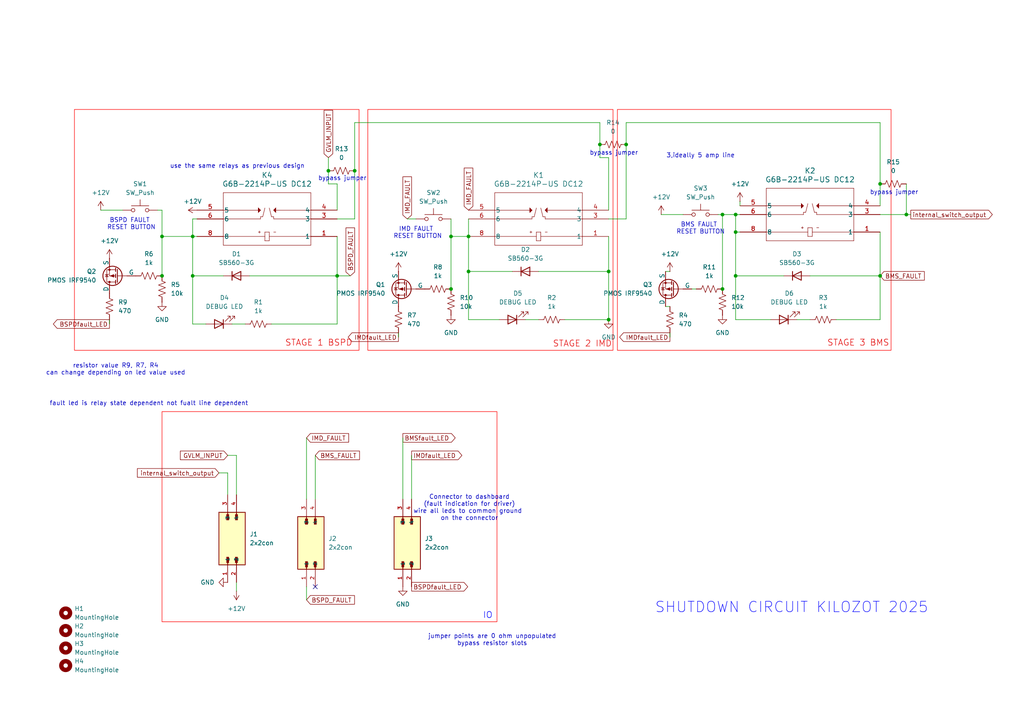
<source format=kicad_sch>
(kicad_sch (version 20250114) (generator "eeschema") (generator_version "9.0")
  (paper "A4")
  (lib_symbols
    (symbol "39296048:39296048" (pin_names (offset 1.016))
      (property "Reference" "J" (at -7.62 3.81 0))
      (property "Value" "39296048" (at -7.62 -7.62 0))
      (symbol "39296048_0_0"
        (polyline (pts (xy -7.62 0) (xy -5.715 0)) (stroke (width 0.254)))
        (polyline (pts (xy -7.62 -2.54) (xy -5.715 -2.54)) (stroke (width 0.254)))
        (rectangle (start -7.62 -5.08) (end 7.62 2.54) (stroke (width 0.254)) (fill (type background)))
        (rectangle (start -6.985 -0.3048) (end -5.3848 0.3048) (fill (type outline)))
        (rectangle (start -6.985 -2.8448) (end -5.3848 -2.2098) (fill (type outline)))
        (polyline (pts (xy 5.4102 0.3302) (xy 6.985 0.3302) (xy 6.985 -0.3302) (xy 5.4102 -0.3302) (xy 5.4102 0.3302)) (fill (type outline)))
        (polyline (pts (xy 5.4102 -2.2352) (xy 6.985 -2.2352) (xy 6.985 -2.8702) (xy 5.4102 -2.8702) (xy 5.4102 -2.2352)) (fill (type outline)))
        (polyline (pts (xy 7.62 0) (xy 5.715 0)) (stroke (width 0.254)))
        (polyline (pts (xy 7.62 -2.54) (xy 5.715 -2.54)) (stroke (width 0.254)))
        (pin passive line (at -12.7 0 0) (length 5.08) (name "1") (number "1"))
        (pin passive line (at -12.7 -2.54 0) (length 5.08) (name "2") (number "2"))
        (pin passive line (at 12.7 0 180) (length 5.08) (name "3") (number "3"))
        (pin passive line (at 12.7 -2.54 180) (length 5.08) (name "4") (number "4"))
      )
    )
    (symbol "Device:LED" (pin_numbers (hide yes)) (pin_names (offset 1.016) (hide yes))
      (property "Reference" "D" (at 0 2.54 0))
      (property "Value" "LED" (at 0 -2.54 0))
      (symbol "LED_0_1"
        (polyline (pts (xy -3.048 -0.762) (xy -4.572 -2.286) (xy -3.81 -2.286) (xy -4.572 -2.286) (xy -4.572 -1.524)))
        (polyline (pts (xy -1.778 -0.762) (xy -3.302 -2.286) (xy -2.54 -2.286) (xy -3.302 -2.286) (xy -3.302 -1.524)))
        (polyline (pts (xy -1.27 0) (xy 1.27 0)))
        (polyline (pts (xy -1.27 -1.27) (xy -1.27 1.27)) (stroke (width 0.254)))
        (polyline (pts (xy 1.27 -1.27) (xy 1.27 1.27) (xy -1.27 0) (xy 1.27 -1.27)) (stroke (width 0.254)))
      )
      (symbol "LED_1_1"
        (pin passive line (at -3.81 0 0) (length 2.54) (name "K") (number "1"))
        (pin passive line (at 3.81 0 180) (length 2.54) (name "A") (number "2"))
      )
    )
    (symbol "Device:R_US" (pin_numbers (hide yes)) (pin_names (offset 0))
      (property "Reference" "R" (at 2.54 0 90))
      (property "Value" "R_US" (at -2.54 0 90))
      (symbol "R_US_0_1"
        (polyline (pts (xy 0 2.286) (xy 0 2.54)))
        (polyline (pts (xy 0 2.286) (xy 1.016 1.905) (xy 0 1.524) (xy -1.016 1.143) (xy 0 0.762)))
        (polyline (pts (xy 0 0.762) (xy 1.016 0.381) (xy 0 0) (xy -1.016 -0.381) (xy 0 -0.762)))
        (polyline (pts (xy 0 -0.762) (xy 1.016 -1.143) (xy 0 -1.524) (xy -1.016 -1.905) (xy 0 -2.286)))
        (polyline (pts (xy 0 -2.286) (xy 0 -2.54)))
      )
      (symbol "R_US_1_1"
        (pin passive line (at 0 3.81 270) (length 1.27) (name "~") (number "1"))
        (pin passive line (at 0 -3.81 90) (length 1.27) (name "~") (number "2"))
      )
    )
    (symbol "Diode:1N4148WT" (pin_numbers (hide yes)) (pin_names (hide yes))
      (property "Reference" "D" (at 0 2.54 0))
      (property "Value" "1N4148WT" (at 0 -2.54 0))
      (symbol "1N4148WT_0_1"
        (polyline (pts (xy -1.27 1.27) (xy -1.27 -1.27)) (stroke (width 0.254)))
        (polyline (pts (xy 1.27 1.27) (xy 1.27 -1.27) (xy -1.27 0) (xy 1.27 1.27)) (stroke (width 0.254)))
        (polyline (pts (xy 1.27 0) (xy -1.27 0)))
      )
      (symbol "1N4148WT_1_1"
        (pin passive line (at -3.81 0 0) (length 2.54) (name "K") (number "1"))
        (pin passive line (at 3.81 0 180) (length 2.54) (name "A") (number "2"))
      )
    )
    (symbol "Mechanical:MountingHole" (pin_names (offset 1.016)) (in_bom no)
      (property "Reference" "H" (at 0 5.08 0))
      (property "Value" "MountingHole" (at 0 3.175 0))
      (symbol "MountingHole_0_1"
        (circle (center 0 0) (radius 1.27) (stroke (width 1.27)))
      )
    )
    (symbol "PMOS_1" (pin_numbers (hide yes)) (pin_names (offset 0))
      (property "Reference" "Q1" (at 6.35 -1.2701 0))
      (property "Value" "PMOS" (at 6.35 1.2699 0))
      (symbol "PMOS_1_0_1"
        (polyline (pts (xy 0.254 1.905) (xy 0.254 -1.905)) (stroke (width 0.254)))
        (polyline (pts (xy 0.254 0) (xy -2.54 0)))
        (polyline (pts (xy 0.762 2.286) (xy 0.762 1.27)) (stroke (width 0.254)))
        (polyline (pts (xy 0.762 1.778) (xy 3.302 1.778) (xy 3.302 -1.778) (xy 0.762 -1.778)))
        (polyline (pts (xy 0.762 0.508) (xy 0.762 -0.508)) (stroke (width 0.254)))
        (polyline (pts (xy 0.762 -1.27) (xy 0.762 -2.286)) (stroke (width 0.254)))
        (circle (center 1.651 0) (radius 2.794) (stroke (width 0.254)))
        (polyline (pts (xy 2.286 0) (xy 1.27 0.381) (xy 1.27 -0.381) (xy 2.286 0)) (fill (type outline)))
        (polyline (pts (xy 2.54 2.54) (xy 2.54 1.778)))
        (circle (center 2.54 1.778) (radius 0.254) (fill (type outline)))
        (circle (center 2.54 -1.778) (radius 0.254) (fill (type outline)))
        (polyline (pts (xy 2.54 -2.54) (xy 2.54 0) (xy 0.762 0)))
        (polyline (pts (xy 2.794 -0.508) (xy 2.921 -0.381) (xy 3.683 -0.381) (xy 3.81 -0.254)))
        (polyline (pts (xy 3.302 -0.381) (xy 2.921 0.254) (xy 3.683 0.254) (xy 3.302 -0.381)))
      )
      (symbol "PMOS_1_1_1"
        (pin input line (at -5.08 0 0) (length 2.54) (name "G") (number "1"))
        (pin passive line (at 2.54 5.08 270) (length 2.54) (name "D") (number "2"))
        (pin passive line (at 2.54 -5.08 90) (length 2.54) (name "S") (number "3"))
      )
    )
    (symbol "PMOS_2" (pin_numbers (hide yes)) (pin_names (offset 0))
      (property "Reference" "Q3" (at 6.35 -1.2701 0))
      (property "Value" "PMOS" (at 6.35 1.2699 0))
      (symbol "PMOS_2_0_1"
        (polyline (pts (xy 0.254 1.905) (xy 0.254 -1.905)) (stroke (width 0.254)))
        (polyline (pts (xy 0.254 0) (xy -2.54 0)))
        (polyline (pts (xy 0.762 2.286) (xy 0.762 1.27)) (stroke (width 0.254)))
        (polyline (pts (xy 0.762 1.778) (xy 3.302 1.778) (xy 3.302 -1.778) (xy 0.762 -1.778)))
        (polyline (pts (xy 0.762 0.508) (xy 0.762 -0.508)) (stroke (width 0.254)))
        (polyline (pts (xy 0.762 -1.27) (xy 0.762 -2.286)) (stroke (width 0.254)))
        (circle (center 1.651 0) (radius 2.794) (stroke (width 0.254)))
        (polyline (pts (xy 2.286 0) (xy 1.27 0.381) (xy 1.27 -0.381) (xy 2.286 0)) (fill (type outline)))
        (polyline (pts (xy 2.54 2.54) (xy 2.54 1.778)))
        (circle (center 2.54 1.778) (radius 0.254) (fill (type outline)))
        (circle (center 2.54 -1.778) (radius 0.254) (fill (type outline)))
        (polyline (pts (xy 2.54 -2.54) (xy 2.54 0) (xy 0.762 0)))
        (polyline (pts (xy 2.794 -0.508) (xy 2.921 -0.381) (xy 3.683 -0.381) (xy 3.81 -0.254)))
        (polyline (pts (xy 3.302 -0.381) (xy 2.921 0.254) (xy 3.683 0.254) (xy 3.302 -0.381)))
      )
      (symbol "PMOS_2_1_1"
        (pin input line (at -5.08 0 0) (length 2.54) (name "G") (number "1"))
        (pin passive line (at 2.54 5.08 270) (length 2.54) (name "D") (number "2"))
        (pin passive line (at 2.54 -5.08 90) (length 2.54) (name "S") (number "3"))
      )
    )
    (symbol "Simulation_SPICE:PMOS" (pin_numbers (hide yes)) (pin_names (offset 0))
      (property "Reference" "Q2" (at 6.35 -1.2701 0))
      (property "Value" "PMOS" (at 6.35 1.2699 0))
      (symbol "PMOS_0_1"
        (polyline (pts (xy 0.254 1.905) (xy 0.254 -1.905)) (stroke (width 0.254)))
        (polyline (pts (xy 0.254 0) (xy -2.54 0)))
        (polyline (pts (xy 0.762 2.286) (xy 0.762 1.27)) (stroke (width 0.254)))
        (polyline (pts (xy 0.762 1.778) (xy 3.302 1.778) (xy 3.302 -1.778) (xy 0.762 -1.778)))
        (polyline (pts (xy 0.762 0.508) (xy 0.762 -0.508)) (stroke (width 0.254)))
        (polyline (pts (xy 0.762 -1.27) (xy 0.762 -2.286)) (stroke (width 0.254)))
        (circle (center 1.651 0) (radius 2.794) (stroke (width 0.254)))
        (polyline (pts (xy 2.286 0) (xy 1.27 0.381) (xy 1.27 -0.381) (xy 2.286 0)) (fill (type outline)))
        (polyline (pts (xy 2.54 2.54) (xy 2.54 1.778)))
        (circle (center 2.54 1.778) (radius 0.254) (fill (type outline)))
        (circle (center 2.54 -1.778) (radius 0.254) (fill (type outline)))
        (polyline (pts (xy 2.54 -2.54) (xy 2.54 0) (xy 0.762 0)))
        (polyline (pts (xy 2.794 -0.508) (xy 2.921 -0.381) (xy 3.683 -0.381) (xy 3.81 -0.254)))
        (polyline (pts (xy 3.302 -0.381) (xy 2.921 0.254) (xy 3.683 0.254) (xy 3.302 -0.381)))
      )
      (symbol "PMOS_1_1"
        (pin input line (at -5.08 0 0) (length 2.54) (name "G") (number "1"))
        (pin passive line (at 2.54 5.08 270) (length 2.54) (name "D") (number "2"))
        (pin passive line (at 2.54 -5.08 90) (length 2.54) (name "S") (number "3"))
      )
    )
    (symbol "Switch:SW_Push" (pin_numbers (hide yes)) (pin_names (offset 1.016) (hide yes))
      (property "Reference" "SW" (at 1.27 2.54 0))
      (property "Value" "SW_Push" (at 0 -1.524 0))
      (symbol "SW_Push_0_1"
        (circle (center -2.032 0) (radius 0.508))
        (polyline (pts (xy 0 1.27) (xy 0 3.048)))
        (circle (center 2.032 0) (radius 0.508))
        (polyline (pts (xy 2.54 1.27) (xy -2.54 1.27)))
        (pin passive line (at -5.08 0 0) (length 2.54) (name "1") (number "1"))
        (pin passive line (at 5.08 0 180) (length 2.54) (name "2") (number "2"))
      )
    )
    (symbol "power:+12V" (power) (pin_numbers (hide yes)) (pin_names (offset 0) (hide yes))
      (property "Value" "+12V" (at 0 3.556 0))
      (symbol "+12V_0_1"
        (polyline (pts (xy -0.762 1.27) (xy 0 2.54)))
        (polyline (pts (xy 0 2.54) (xy 0.762 1.27)))
        (polyline (pts (xy 0 0) (xy 0 2.54)))
      )
      (symbol "+12V_1_1"
        (pin power_in line (at 0 0 90) (length 0) (name "~") (number "1"))
      )
    )
    (symbol "power:GND" (power) (pin_numbers (hide yes)) (pin_names (offset 0) (hide yes))
      (property "Value" "GND" (at 0 -3.81 0))
      (symbol "GND_0_1"
        (polyline (pts (xy 0 0) (xy 0 -1.27) (xy 1.27 -1.27) (xy 0 -2.54) (xy -1.27 -1.27) (xy 0 -1.27)))
      )
      (symbol "GND_1_1"
        (pin power_in line (at 0 0 270) (length 0) (name "~") (number "1"))
      )
    )
    (symbol "relay g6b:G6B-2214P-US_DC12" (pin_names (offset 0.254))
      (property "Reference" "K" (at 20.32 7.62 0))
      (property "Value" "G6B-2214P-US DC12" (at 20.32 5.08 0))
      (symbol "G6B-2214P-US_DC12_0_1"
        (polyline (pts (xy 7.62 2.54) (xy 7.62 -12.7)) (stroke (width 0.127)))
        (polyline (pts (xy 7.62 0) (xy 19.685 0)) (stroke (width 0.127)))
        (polyline (pts (xy 7.62 -7.62) (xy 17.78 -7.62)) (stroke (width 0.127)))
        (polyline (pts (xy 7.62 -12.7) (xy 33.02 -12.7)) (stroke (width 0.127)))
        (polyline (pts (xy 17.78 -1.27) (xy 18.415 -1.27)) (stroke (width 0.127)))
        (polyline (pts (xy 17.78 -6.985) (xy 17.78 -8.255)) (stroke (width 0.127)))
        (polyline (pts (xy 17.78 -6.985) (xy 18.415 -7.62) (xy 17.78 -8.255)) (fill (type outline)))
        (polyline (pts (xy 17.78 -8.255) (xy 18.415 -7.62)) (stroke (width 0.127)))
        (polyline (pts (xy 18.415 -5.08) (xy 7.62 -5.08)) (stroke (width 0.127)))
        (polyline (pts (xy 18.415 -5.715) (xy 18.415 -5.08)) (stroke (width 0.127)))
        (polyline (pts (xy 18.415 -5.715) (xy 19.05 -5.715)) (stroke (width 0.127)))
        (polyline (pts (xy 18.415 -7.62) (xy 17.78 -6.985)) (stroke (width 0.127)))
        (polyline (pts (xy 19.685 1.27) (xy 19.685 -1.27)) (stroke (width 0.127)))
        (polyline (pts (xy 19.685 1.27) (xy 20.955 1.27)) (stroke (width 0.127)))
        (polyline (pts (xy 19.685 -1.27) (xy 20.955 -1.27)) (stroke (width 0.127)))
        (polyline (pts (xy 19.685 -8.255) (xy 19.05 -5.715)) (stroke (width 0.127)))
        (polyline (pts (xy 20.955 1.27) (xy 20.955 -1.27)) (stroke (width 0.127)))
        (polyline (pts (xy 20.955 0) (xy 33.02 0)) (stroke (width 0.127)))
        (polyline (pts (xy 20.955 -8.255) (xy 21.59 -5.715)) (stroke (width 0.127)))
        (polyline (pts (xy 21.59 -5.715) (xy 22.225 -5.715)) (stroke (width 0.127)))
        (polyline (pts (xy 22.225 -1.27) (xy 22.86 -1.27)) (stroke (width 0.127)))
        (polyline (pts (xy 22.225 -5.08) (xy 33.02 -5.08)) (stroke (width 0.127)))
        (polyline (pts (xy 22.225 -5.715) (xy 22.225 -5.08)) (stroke (width 0.127)))
        (polyline (pts (xy 22.225 -7.62) (xy 22.86 -6.985)) (stroke (width 0.127)))
        (polyline (pts (xy 22.225 -7.62) (xy 22.86 -8.255)) (stroke (width 0.127)))
        (polyline (pts (xy 22.5425 -1.5875) (xy 22.5425 -0.9525)) (stroke (width 0.127)))
        (polyline (pts (xy 22.86 -6.985) (xy 22.86 -8.255)) (stroke (width 0.127)))
        (polyline (pts (xy 22.86 -7.62) (xy 33.02 -7.62)) (stroke (width 0.127)))
        (polyline (pts (xy 22.86 -8.255) (xy 22.86 -6.985) (xy 22.225 -7.62)) (fill (type outline)))
        (polyline (pts (xy 33.02 2.54) (xy 7.62 2.54)) (stroke (width 0.127)))
        (polyline (pts (xy 33.02 -12.7) (xy 33.02 2.54)) (stroke (width 0.127)))
        (pin unspecified line (at 0 0 0) (length 7.62) (name "1") (number "1"))
        (pin unspecified line (at 0 -5.08 0) (length 7.62) (name "3") (number "3"))
        (pin unspecified line (at 0 -7.62 0) (length 7.62) (name "4") (number "4"))
        (pin unspecified line (at 40.64 0 180) (length 7.62) (name "8") (number "8"))
        (pin unspecified line (at 40.64 -5.08 180) (length 7.62) (name "6") (number "6"))
        (pin unspecified line (at 40.64 -7.62 180) (length 7.62) (name "5") (number "5"))
      )
    )
  )
  (text "Connector to dashboard\n(fault indication for driver)\nwire all leds to common ground \non the connector" (at 136.144 147.32 0) (effects (font (size 1.27 1.27))))
  (text "3,ideally 5 amp line" (at 203.2 45.212 0) (effects (font (size 1.27 1.27))))
  (text "bypass jumper" (at 99.314 51.816 0) (effects (font (size 1.27 1.27))))
  (text "BSPD FAULT \nRESET BUTTON" (at 38.1 65.024 0) (effects (font (size 1.27 1.27))))
  (text "fault led is relay state dependent not fualt line dependent" (at 43.18 117.094 0) (effects (font (size 1.27 1.27))))
  (text "STAGE 1 BSPD" (at 92.456 99.568 0) (effects (font (size 1.778 1.778))))
  (text "jumper points are 0 ohm unpopulated\nbypass resistor slots" (at 142.748 185.674 0) (effects (font (size 1.27 1.27))))
  (text "IO" (at 141.478 178.562 0) (effects (font (size 1.778 1.778))))
  (text "resistor value R9, R7, R4 \ncan change depending on led value used " (at 34.036 107.188 0) (effects (font (size 1.27 1.27))))
  (text "SHUTDOWN CIRCUIT KILOZOT 2025" (at 229.616 176.276 0) (effects (font (size 3.048 3.048))))
  (text "use the same relays as previous design" (at 68.834 48.26 0) (effects (font (size 1.27 1.27))))
  (text "bypass jumper" (at 178.054 44.45 0) (effects (font (size 1.27 1.27))))
  (text "IMD FAULT \nRESET BUTTON" (at 121.158 67.564 0) (effects (font (size 1.27 1.27))))
  (text "bypass jumper" (at 259.334 55.88 0) (effects (font (size 1.27 1.27))))
  (text "STAGE 3 BMS" (at 248.92 99.568 0) (effects (font (size 1.778 1.778))))
  (text "STAGE 2 IMD" (at 168.91 99.822 0) (effects (font (size 1.778 1.778))))
  (text "BMS FAULT \nRESET BUTTON" (at 203.2 66.294 0) (effects (font (size 1.27 1.27))))
  (junction (at 173.99 41.91))
  (junction (at 130.81 68.58))
  (junction (at 255.27 53.34))
  (junction (at 135.89 78.74))
  (junction (at 97.79 80.01))
  (junction (at 209.55 83.82))
  (junction (at 55.88 80.01))
  (junction (at 181.61 41.91))
  (junction (at 55.88 68.58))
  (junction (at 176.53 78.74))
  (junction (at 130.81 83.82))
  (junction (at 176.53 92.71))
  (junction (at 213.36 67.31))
  (junction (at 213.36 80.01))
  (junction (at 102.87 49.53))
  (junction (at 209.55 62.23))
  (junction (at 46.99 68.58))
  (junction (at 135.89 68.58))
  (junction (at 95.25 49.53))
  (junction (at 262.89 62.23))
  (junction (at 255.27 80.01))
  (junction (at 213.36 62.23))
  (junction (at 46.99 80.01))
  (no_connect (at 91.44 170.18))
  (wire (pts (xy 255.27 92.71) (xy 242.57 92.71)))
  (wire (pts (xy 55.88 68.58) (xy 57.15 68.58)))
  (wire (pts (xy 255.27 35.56) (xy 255.27 53.34)))
  (wire (pts (xy 135.89 78.74) (xy 148.59 78.74)))
  (wire (pts (xy 135.89 78.74) (xy 135.89 92.71)))
  (wire (pts (xy 130.81 68.58) (xy 135.89 68.58)))
  (wire (pts (xy 181.61 41.91) (xy 181.61 63.5)))
  (wire (pts (xy 214.63 62.23) (xy 213.36 62.23)))
  (wire (pts (xy 214.63 59.69) (xy 214.63 58.42)))
  (wire (pts (xy 91.44 132.08) (xy 91.44 144.78)))
  (wire (pts (xy 29.21 60.96) (xy 35.56 60.96)))
  (wire (pts (xy 152.4 92.71) (xy 156.21 92.71)))
  (wire (pts (xy 55.88 68.58) (xy 55.88 80.01)))
  (wire (pts (xy 130.81 63.5) (xy 130.81 68.58)))
  (wire (pts (xy 68.58 132.08) (xy 66.04 132.08)))
  (wire (pts (xy 116.84 127) (xy 116.84 144.78)))
  (wire (pts (xy 176.53 45.72) (xy 176.53 60.96)))
  (wire (pts (xy 173.99 41.91) (xy 173.99 45.72)))
  (wire (pts (xy 68.58 168.91) (xy 68.58 171.45)))
  (wire (pts (xy 88.9 170.18) (xy 88.9 173.99)))
  (wire (pts (xy 200.66 83.82) (xy 201.93 83.82)))
  (wire (pts (xy 68.58 143.51) (xy 68.58 132.08)))
  (wire (pts (xy 213.36 62.23) (xy 213.36 67.31)))
  (wire (pts (xy 176.53 78.74) (xy 176.53 92.71)))
  (wire (pts (xy 264.16 62.23) (xy 262.89 62.23)))
  (wire (pts (xy 45.72 60.96) (xy 46.99 60.96)))
  (wire (pts (xy 78.74 93.98) (xy 97.79 93.98)))
  (wire (pts (xy 262.89 62.23) (xy 255.27 62.23)))
  (wire (pts (xy 46.99 60.96) (xy 46.99 68.58)))
  (wire (pts (xy 255.27 67.31) (xy 255.27 80.01)))
  (wire (pts (xy 130.81 68.58) (xy 130.81 83.82)))
  (wire (pts (xy 102.87 35.56) (xy 173.99 35.56)))
  (wire (pts (xy 193.04 78.74) (xy 194.31 78.74)))
  (wire (pts (xy 173.99 35.56) (xy 173.99 41.91)))
  (wire (pts (xy 213.36 80.01) (xy 227.33 80.01)))
  (wire (pts (xy 213.36 80.01) (xy 213.36 92.71)))
  (wire (pts (xy 97.79 80.01) (xy 97.79 93.98)))
  (wire (pts (xy 209.55 62.23) (xy 209.55 83.82)))
  (wire (pts (xy 97.79 68.58) (xy 97.79 80.01)))
  (wire (pts (xy 214.63 67.31) (xy 213.36 67.31)))
  (wire (pts (xy 97.79 63.5) (xy 102.87 63.5)))
  (wire (pts (xy 66.04 137.16) (xy 63.5 137.16)))
  (wire (pts (xy 156.21 78.74) (xy 176.53 78.74)))
  (wire (pts (xy 119.38 132.08) (xy 119.38 144.78)))
  (wire (pts (xy 135.89 68.58) (xy 135.89 78.74)))
  (wire (pts (xy 194.31 97.79) (xy 194.31 96.52)))
  (wire (pts (xy 213.36 92.71) (xy 223.52 92.71)))
  (wire (pts (xy 208.28 62.23) (xy 209.55 62.23)))
  (wire (pts (xy 213.36 67.31) (xy 213.36 80.01)))
  (wire (pts (xy 191.77 62.23) (xy 198.12 62.23)))
  (wire (pts (xy 97.79 53.34) (xy 97.79 60.96)))
  (wire (pts (xy 55.88 80.01) (xy 55.88 93.98)))
  (wire (pts (xy 255.27 80.01) (xy 255.27 92.71)))
  (wire (pts (xy 118.11 63.5) (xy 120.65 63.5)))
  (wire (pts (xy 102.87 49.53) (xy 102.87 63.5)))
  (wire (pts (xy 181.61 35.56) (xy 181.61 41.91)))
  (wire (pts (xy 262.89 53.34) (xy 262.89 62.23)))
  (wire (pts (xy 72.39 80.01) (xy 97.79 80.01)))
  (wire (pts (xy 31.75 93.98) (xy 31.75 92.71)))
  (wire (pts (xy 67.31 93.98) (xy 71.12 93.98)))
  (wire (pts (xy 97.79 80.01) (xy 101.6 80.01)))
  (wire (pts (xy 135.89 63.5) (xy 135.89 68.58)))
  (wire (pts (xy 234.95 80.01) (xy 255.27 80.01)))
  (wire (pts (xy 231.14 92.71) (xy 234.95 92.71)))
  (wire (pts (xy 95.25 53.34) (xy 97.79 53.34)))
  (wire (pts (xy 55.88 63.5) (xy 55.88 68.58)))
  (wire (pts (xy 95.25 45.72) (xy 95.25 49.53)))
  (wire (pts (xy 115.57 97.79) (xy 115.57 96.52)))
  (wire (pts (xy 55.88 80.01) (xy 64.77 80.01)))
  (wire (pts (xy 55.88 93.98) (xy 59.69 93.98)))
  (wire (pts (xy 102.87 35.56) (xy 102.87 49.53)))
  (wire (pts (xy 181.61 35.56) (xy 255.27 35.56)))
  (wire (pts (xy 176.53 68.58) (xy 176.53 78.74)))
  (wire (pts (xy 57.15 63.5) (xy 55.88 63.5)))
  (wire (pts (xy 209.55 62.23) (xy 213.36 62.23)))
  (wire (pts (xy 88.9 127) (xy 88.9 144.78)))
  (wire (pts (xy 193.04 88.9) (xy 194.31 88.9)))
  (wire (pts (xy 46.99 68.58) (xy 46.99 80.01)))
  (wire (pts (xy 255.27 53.34) (xy 255.27 59.69)))
  (wire (pts (xy 95.25 49.53) (xy 95.25 53.34)))
  (wire (pts (xy 135.89 92.71) (xy 144.78 92.71)))
  (wire (pts (xy 176.53 45.72) (xy 173.99 45.72)))
  (wire (pts (xy 66.04 143.51) (xy 66.04 137.16)))
  (wire (pts (xy 163.83 92.71) (xy 176.53 92.71)))
  (wire (pts (xy 46.99 68.58) (xy 55.88 68.58)))
  (wire (pts (xy 181.61 63.5) (xy 176.53 63.5)))
  (global_label "IMD_FAULT" (shape input) (at 135.89 60.96 90) (property "Intersheetrefs" "${INTERSHEET_REFS}" (effects (hide yes))))
  (global_label "BSPD_FAULT" (shape input) (at 88.9 173.99 0) (property "Intersheetrefs" "${INTERSHEET_REFS}" (effects (hide yes))))
  (global_label "BMS_FAULT" (shape input) (at 255.27 80.01 0) (property "Intersheetrefs" "${INTERSHEET_REFS}" (effects (hide yes))))
  (global_label "BMS_FAULT" (shape input) (at 91.44 132.08 0) (property "Intersheetrefs" "${INTERSHEET_REFS}" (effects (hide yes))))
  (global_label "GVLM_INPUT" (shape input) (at 66.04 132.08 180) (property "Intersheetrefs" "${INTERSHEET_REFS}" (effects (hide yes))))
  (global_label "IMDfault_LED" (shape output) (at 115.57 97.79 180) (property "Intersheetrefs" "${INTERSHEET_REFS}" (effects (hide yes))))
  (global_label "IMDfault_LED" (shape output) (at 119.38 132.08 0) (property "Intersheetrefs" "${INTERSHEET_REFS}" (effects (hide yes))))
  (global_label "internal_switch_output" (shape output) (at 264.16 62.23 0) (property "Intersheetrefs" "${INTERSHEET_REFS}" (effects (hide yes))))
  (global_label "internal_switch_output" (shape input) (at 63.5 137.16 180) (property "Intersheetrefs" "${INTERSHEET_REFS}" (effects (hide yes))))
  (global_label "BSPD_FAULT" (shape input) (at 101.6 80.01 90) (property "Intersheetrefs" "${INTERSHEET_REFS}" (effects (hide yes))))
  (global_label "IMD_FAULT" (shape input) (at 118.11 63.5 90) (property "Intersheetrefs" "${INTERSHEET_REFS}" (effects (hide yes))))
  (global_label "BSPDfault_LED" (shape output) (at 119.38 170.18 0) (property "Intersheetrefs" "${INTERSHEET_REFS}" (effects (hide yes))))
  (global_label "IMD_FAULT" (shape input) (at 88.9 127 0) (property "Intersheetrefs" "${INTERSHEET_REFS}" (effects (hide yes))))
  (global_label "IMDfault_LED" (shape output) (at 194.31 97.79 180) (property "Intersheetrefs" "${INTERSHEET_REFS}" (effects (hide yes))))
  (global_label "BSPDfault_LED" (shape output) (at 31.75 93.98 180) (property "Intersheetrefs" "${INTERSHEET_REFS}" (effects (hide yes))))
  (global_label "BMSfault_LED" (shape output) (at 116.84 127 0) (property "Intersheetrefs" "${INTERSHEET_REFS}" (effects (hide yes))))
  (global_label "GVLM_INPUT" (shape input) (at 95.25 45.72 90) (property "Intersheetrefs" "${INTERSHEET_REFS}" (effects (hide yes))))
  (rule_area (polyline (pts (xy 106.68 31.75) (xy 106.68 101.6) (xy 177.8 101.6) (xy 177.8 31.75))))
  (rule_area (polyline (pts (xy 46.99 180.34) (xy 144.145 180.34) (xy 144.145 119.38) (xy 46.99 119.38))))
  (rule_area (polyline (pts (xy 21.59 31.75) (xy 21.59 101.6) (xy 104.14 101.6) (xy 104.14 31.75))))
  (rule_area (polyline (pts (xy 179.07 31.75) (xy 179.07 101.6) (xy 258.445 101.6) (xy 258.445 31.75))))
  (symbol (lib_id "power:+12V") (at 214.63 58.42 0) (unit 1)
    (property "Reference" "#PWR06" (effects (hide yes)))
    (property "Value" "+12V" (at 214.63 53.34 0))
    (property "Description" "Power symbol creates a global label with name \"+12V\"" (effects (hide yes)))
  )
  (symbol (lib_id "Device:R_US") (at 205.74 83.82 90) (unit 1)
    (property "Reference" "R11" (at 205.74 77.47 90))
    (property "Value" "1k" (at 205.74 80.01 90))
    (property "Footprint" "Resistor_THT:R_Axial_DIN0207_L6.3mm_D2.5mm_P10.16mm_Horizontal" (effects (hide yes)))
    (property "Description" "Resistor, US symbol" (effects (hide yes)))
  )
  (symbol (lib_id "39296048:39296048") (at 116.84 157.48 90) (unit 1)
    (property "Reference" "J3" (at 123.19 156.2099 90) (effects (justify right)))
    (property "Value" "2x2con" (at 123.19 158.7499 90) (effects (justify right)))
    (property "Footprint" "1MyCustomLibrary:MOLEX_39296048" (effects (hide yes)))
    (property "PARTREV" "M4" (effects (hide yes)))
    (property "STANDARD" "Manufacturer Recommendations" (effects (hide yes)))
    (property "MAXIMUM_PACKAGE_HEIGHT" "12.80mm" (effects (hide yes)))
    (property "MANUFACTURER" "Molex" (effects (hide yes)))
  )
  (symbol (lib_id "power:+12V") (at 57.15 60.96 90) (unit 1)
    (property "Reference" "#PWR01" (effects (hide yes)))
    (property "Value" "+12V" (at 55.88 58.42 90))
    (property "Description" "Power symbol creates a global label with name \"+12V\"" (effects (hide yes)))
  )
  (symbol (lib_id "Device:R_US") (at 31.75 88.9 180) (unit 1)
    (property "Reference" "R9" (at 34.29 87.6299 0) (effects (justify right)))
    (property "Value" "470" (at 34.29 90.1699 0) (effects (justify right)))
    (property "Footprint" "Resistor_THT:R_Axial_DIN0207_L6.3mm_D2.5mm_P10.16mm_Horizontal" (effects (hide yes)))
    (property "Description" "Resistor, US symbol" (effects (hide yes)))
  )
  (symbol (lib_id "Device:R_US") (at 209.55 87.63 0) (unit 1)
    (property "Reference" "R12" (at 212.09 86.3599 0) (effects (justify left)))
    (property "Value" "10k" (at 212.09 88.8999 0) (effects (justify left)))
    (property "Footprint" "Resistor_THT:R_Axial_DIN0207_L6.3mm_D2.5mm_P10.16mm_Horizontal" (effects (hide yes)))
    (property "Description" "Resistor, US symbol" (effects (hide yes)))
  )
  (symbol (lib_id "Diode:1N4148WT") (at 152.4 78.74 0) (unit 1)
    (property "Reference" "D2" (at 152.4 72.39 0))
    (property "Value" "SB560-3G" (at 152.4 74.93 0))
    (property "Footprint" "Diode_THT:D_DO-201_P15.24mm_Horizontal" (effects (hide yes)))
    (property "Datasheet" "https://diotec.com/request/datasheet/sb560-3g.pdf" (effects (hide yes)))
    (property "Description" "75V 0.15A Fast switching Diode, SOD-523" (effects (hide yes)))
    (property "Sim.Device" "D" (effects (hide yes)))
    (property "Sim.Pins" "1=K 2=A" (effects (hide yes)))
  )
  (symbol (lib_id "Device:R_US") (at 177.8 41.91 90) (unit 1)
    (property "Reference" "R14" (at 177.8 35.56 90))
    (property "Value" "0" (at 177.8 38.1 90))
    (property "Footprint" "Resistor_THT:R_Axial_DIN0207_L6.3mm_D2.5mm_P10.16mm_Horizontal" (effects (hide yes)))
    (property "Description" "Resistor, US symbol" (effects (hide yes)))
  )
  (symbol (lib_id "power:+12V") (at 29.21 60.96 0) (unit 1)
    (property "Reference" "#PWR02" (effects (hide yes)))
    (property "Value" "+12V" (at 29.21 55.88 0))
    (property "Description" "Power symbol creates a global label with name \"+12V\"" (effects (hide yes)))
  )
  (symbol (lib_id "Device:LED") (at 227.33 92.71 180) (unit 1)
    (property "Reference" "D6" (at 228.9175 85.09 0))
    (property "Value" "DEBUG LED" (at 228.9175 87.63 0))
    (property "Footprint" "LED_THT:LED_D5.0mm" (effects (hide yes)))
    (property "Description" "Light emitting diode" (effects (hide yes)))
    (property "Sim.Pins" "1=K 2=A" (effects (hide yes)))
  )
  (symbol (lib_id "power:GND") (at 46.99 87.63 0) (unit 1)
    (property "Reference" "#PWR09" (effects (hide yes)))
    (property "Value" "GND" (at 46.99 92.71 0))
    (property "Description" "Power symbol creates a global label with name \"GND\" , ground" (effects (hide yes)))
  )
  (symbol (lib_id "Device:R_US") (at 238.76 92.71 90) (unit 1)
    (property "Reference" "R3" (at 238.76 86.36 90))
    (property "Value" "1k" (at 238.76 88.9 90))
    (property "Footprint" "Resistor_THT:R_Axial_DIN0207_L6.3mm_D2.5mm_P10.16mm_Horizontal" (effects (hide yes)))
    (property "Description" "Resistor, US symbol" (effects (hide yes)))
  )
  (symbol (lib_id "Device:R_US") (at 115.57 92.71 180) (unit 1)
    (property "Reference" "R7" (at 118.11 91.4399 0) (effects (justify right)))
    (property "Value" "470" (at 118.11 93.9799 0) (effects (justify right)))
    (property "Footprint" "Resistor_THT:R_Axial_DIN0207_L6.3mm_D2.5mm_P10.16mm_Horizontal" (effects (hide yes)))
    (property "Description" "Resistor, US symbol" (effects (hide yes)))
  )
  (symbol (lib_id "Device:R_US") (at 127 83.82 90) (unit 1)
    (property "Reference" "R8" (at 127 77.47 90))
    (property "Value" "1k" (at 127 80.01 90))
    (property "Footprint" "Resistor_THT:R_Axial_DIN0207_L6.3mm_D2.5mm_P10.16mm_Horizontal" (effects (hide yes)))
    (property "Description" "Resistor, US symbol" (effects (hide yes)))
  )
  (symbol (lib_id "Diode:1N4148WT") (at 231.14 80.01 0) (unit 1)
    (property "Reference" "D3" (at 231.14 73.66 0))
    (property "Value" "SB560-3G" (at 231.14 76.2 0))
    (property "Footprint" "Diode_THT:D_DO-201_P15.24mm_Horizontal" (effects (hide yes)))
    (property "Datasheet" "https://diotec.com/request/datasheet/sb560-3g.pdf" (effects (hide yes)))
    (property "Description" "75V 0.15A Fast switching Diode, SOD-523" (effects (hide yes)))
    (property "Sim.Device" "D" (effects (hide yes)))
    (property "Sim.Pins" "1=K 2=A" (effects (hide yes)))
  )
  (symbol (lib_id "Device:R_US") (at 160.02 92.71 90) (unit 1)
    (property "Reference" "R2" (at 160.02 86.36 90))
    (property "Value" "1k" (at 160.02 88.9 90))
    (property "Footprint" "Resistor_THT:R_Axial_DIN0207_L6.3mm_D2.5mm_P10.16mm_Horizontal" (effects (hide yes)))
    (property "Description" "Resistor, US symbol" (effects (hide yes)))
  )
  (symbol (lib_id "Switch:SW_Push") (at 125.73 63.5 0) (unit 1)
    (property "Reference" "SW2" (at 125.73 55.88 0))
    (property "Value" "SW_Push" (at 125.73 58.42 0))
    (property "Footprint" "Button_Switch_THT:SW_PUSH_6mm" (effects (hide yes)))
    (property "Description" "Push button switch, generic, two pins" (effects (hide yes)))
  )
  (symbol (lib_id "Device:R_US") (at 43.18 80.01 270) (unit 1)
    (property "Reference" "R6" (at 43.18 73.66 90))
    (property "Value" "1k" (at 43.18 76.2 90))
    (property "Footprint" "Resistor_THT:R_Axial_DIN0207_L6.3mm_D2.5mm_P10.16mm_Horizontal" (effects (hide yes)))
    (property "Description" "Resistor, US symbol" (effects (hide yes)))
  )
  (symbol (lib_id "relay g6b:G6B-2214P-US_DC12") (at 255.27 67.31 180) (unit 1)
    (property "Reference" "K2" (at 234.95 49.53 0) (effects (font (size 1.524 1.524))))
    (property "Value" "G6B-2214P-US DC12" (at 234.95 52.07 0) (effects (font (size 1.524 1.524))))
    (property "Footprint" "1MyCustomLibrary:RELAY_G6B-2114P-US_OMR" (effects (hide yes)))
    (property "Datasheet" "https://omronfs.omron.com/en_US/ecb/products/pdf/en-g6b.pdf" (effects (hide yes)))
  )
  (symbol (lib_id "Device:R_US") (at 99.06 49.53 90) (unit 1)
    (property "Reference" "R13" (at 99.06 43.18 90))
    (property "Value" "0" (at 99.06 45.72 90))
    (property "Footprint" "Resistor_THT:R_Axial_DIN0207_L6.3mm_D2.5mm_P10.16mm_Horizontal" (effects (hide yes)))
    (property "Description" "Resistor, US symbol" (effects (hide yes)))
  )
  (symbol (lib_id "power:+12V") (at 68.58 171.45 180) (unit 1)
    (property "Reference" "#PWR03" (effects (hide yes)))
    (property "Value" "+12V" (at 68.58 176.53 0))
    (property "Description" "Power symbol creates a global label with name \"+12V\"" (effects (hide yes)))
  )
  (symbol (lib_id "power:+12V") (at 115.57 78.74 0) (unit 1)
    (property "Reference" "#PWR010" (effects (hide yes)))
    (property "Value" "+12V" (at 115.57 73.66 0))
    (property "Description" "Power symbol creates a global label with name \"+12V\"" (effects (hide yes)))
  )
  (symbol (lib_id "Mechanical:MountingHole") (at 19.05 193.04 0) (unit 1) (in_bom no)
    (property "Reference" "H4" (at 21.59 191.7699 0) (effects (justify left)))
    (property "Value" "MountingHole" (at 21.59 194.3099 0) (effects (justify left)))
    (property "Footprint" "MountingHole:MountingHole_3.2mm_M3" (effects (hide yes)))
    (property "Description" "Mounting Hole without connection" (effects (hide yes)))
  )
  (symbol (lib_id "power:GND") (at 209.55 91.44 0) (unit 1)
    (property "Reference" "#PWR014" (effects (hide yes)))
    (property "Value" "GND" (at 209.55 96.52 0))
    (property "Description" "Power symbol creates a global label with name \"GND\" , ground" (effects (hide yes)))
  )
  (symbol (lib_id "power:GND") (at 66.04 168.91 270) (unit 1)
    (property "Reference" "#PWR07" (effects (hide yes)))
    (property "Value" "GND" (at 62.23 168.9099 90) (effects (justify right)))
    (property "Description" "Power symbol creates a global label with name \"GND\" , ground" (effects (hide yes)))
  )
  (symbol (lib_id "Mechanical:MountingHole") (at 19.05 177.8 0) (unit 1) (in_bom no)
    (property "Reference" "H1" (at 21.59 176.5299 0) (effects (justify left)))
    (property "Value" "MountingHole" (at 21.59 179.0699 0) (effects (justify left)))
    (property "Footprint" "MountingHole:MountingHole_3.2mm_M3" (effects (hide yes)))
    (property "Description" "Mounting Hole without connection" (effects (hide yes)))
  )
  (symbol (lib_id "power:+12V") (at 191.77 62.23 0) (unit 1)
    (property "Reference" "#PWR05" (effects (hide yes)))
    (property "Value" "+12V" (at 191.77 57.15 0))
    (property "Description" "Power symbol creates a global label with name \"+12V\"" (effects (hide yes)))
  )
  (symbol (lib_id "Device:R_US") (at 74.93 93.98 90) (unit 1)
    (property "Reference" "R1" (at 74.93 87.63 90))
    (property "Value" "1k" (at 74.93 90.17 90))
    (property "Footprint" "Resistor_THT:R_Axial_DIN0207_L6.3mm_D2.5mm_P10.16mm_Horizontal" (effects (hide yes)))
    (property "Description" "Resistor, US symbol" (effects (hide yes)))
  )
  (symbol (lib_id "Device:R_US") (at 259.08 53.34 90) (unit 1)
    (property "Reference" "R15" (at 259.08 46.99 90))
    (property "Value" "0" (at 259.08 49.53 90))
    (property "Footprint" "Resistor_THT:R_Axial_DIN0207_L6.3mm_D2.5mm_P10.16mm_Horizontal" (effects (hide yes)))
    (property "Description" "Resistor, US symbol" (effects (hide yes)))
  )
  (symbol (lib_id "Device:R_US") (at 130.81 87.63 0) (unit 1)
    (property "Reference" "R10" (at 133.35 86.3599 0) (effects (justify left)))
    (property "Value" "10k" (at 133.35 88.8999 0) (effects (justify left)))
    (property "Footprint" "Resistor_THT:R_Axial_DIN0207_L6.3mm_D2.5mm_P10.16mm_Horizontal" (effects (hide yes)))
    (property "Description" "Resistor, US symbol" (effects (hide yes)))
  )
  (symbol (lib_id "Device:R_US") (at 46.99 83.82 0) (unit 1)
    (property "Reference" "R5" (at 49.53 82.5499 0) (effects (justify left)))
    (property "Value" "10k" (at 49.53 85.0899 0) (effects (justify left)))
    (property "Footprint" "Resistor_THT:R_Axial_DIN0207_L6.3mm_D2.5mm_P10.16mm_Horizontal" (effects (hide yes)))
    (property "Description" "Resistor, US symbol" (effects (hide yes)))
  )
  (symbol (lib_id "power:GND") (at 130.81 91.44 0) (unit 1)
    (property "Reference" "#PWR013" (effects (hide yes)))
    (property "Value" "GND" (at 130.81 96.52 0))
    (property "Description" "Power symbol creates a global label with name \"GND\" , ground" (effects (hide yes)))
  )
  (symbol (lib_id "Device:LED") (at 63.5 93.98 180) (unit 1)
    (property "Reference" "D4" (at 65.0875 86.36 0))
    (property "Value" "DEBUG LED" (at 65.0875 88.9 0))
    (property "Footprint" "LED_THT:LED_D5.0mm" (effects (hide yes)))
    (property "Description" "Light emitting diode" (effects (hide yes)))
    (property "Sim.Pins" "1=K 2=A" (effects (hide yes)))
  )
  (symbol (lib_id "power:GND") (at 176.53 92.71 0) (unit 1)
    (property "Reference" "#PWR04" (effects (hide yes)))
    (property "Value" "GND" (at 176.53 97.79 0))
    (property "Description" "Power symbol creates a global label with name \"GND\" , ground" (effects (hide yes)))
  )
  (symbol (lib_name "PMOS_1") (lib_id "Simulation_SPICE:PMOS") (at 118.11 83.82 180) (unit 1)
    (property "Reference" "Q1" (at 111.76 82.5499 0) (effects (justify left)))
    (property "Value" "PMOS IRF9540" (at 111.76 85.0899 0) (effects (justify left)))
    (property "Footprint" "Package_TO_SOT_THT:TO-220-3_Vertical" (effects (hide yes)))
    (property "Datasheet" "https://www.vishay.com/docs/91078/91078.pdf" (effects (hide yes)))
    (property "Description" "P-MOSFET transistor, drain/source/gate" (effects (hide yes)))
    (property "Sim.Device" "PMOS" (effects (hide yes)))
    (property "Sim.Type" "VDMOS" (effects (hide yes)))
    (property "Sim.Pins" "1=D 2=G 3=S" (effects (hide yes)))
  )
  (symbol (lib_id "Diode:1N4148WT") (at 68.58 80.01 0) (unit 1)
    (property "Reference" "D1" (at 68.58 73.66 0))
    (property "Value" "SB560-3G" (at 68.58 76.2 0))
    (property "Footprint" "Diode_THT:D_DO-201_P15.24mm_Horizontal" (effects (hide yes)))
    (property "Datasheet" "https://diotec.com/request/datasheet/sb560-3g.pdf" (effects (hide yes)))
    (property "Description" "75V 0.15A Fast switching Diode, SOD-523" (effects (hide yes)))
    (property "Sim.Device" "D" (effects (hide yes)))
    (property "Sim.Pins" "1=K 2=A" (effects (hide yes)))
  )
  (symbol (lib_id "Switch:SW_Push") (at 203.2 62.23 0) (unit 1)
    (property "Reference" "SW3" (at 203.2 54.61 0))
    (property "Value" "SW_Push" (at 203.2 57.15 0))
    (property "Footprint" "Button_Switch_THT:SW_PUSH_6mm" (effects (hide yes)))
    (property "Description" "Push button switch, generic, two pins" (effects (hide yes)))
  )
  (symbol (lib_id "power:+12V") (at 31.75 74.93 0) (unit 1)
    (property "Reference" "#PWR012" (effects (hide yes)))
    (property "Value" "+12V" (at 31.75 69.85 0))
    (property "Description" "Power symbol creates a global label with name \"+12V\"" (effects (hide yes)))
  )
  (symbol (lib_id "power:GND") (at 116.84 170.18 0) (unit 1)
    (property "Reference" "#PWR011" (effects (hide yes)))
    (property "Value" "GND" (at 116.84 175.26 0))
    (property "Description" "Power symbol creates a global label with name \"GND\" , ground" (effects (hide yes)))
  )
  (symbol (lib_id "relay g6b:G6B-2214P-US_DC12") (at 176.53 68.58 180) (unit 1)
    (property "Reference" "K1" (at 156.21 50.8 0) (effects (font (size 1.524 1.524))))
    (property "Value" "G6B-2214P-US DC12" (at 156.21 53.34 0) (effects (font (size 1.524 1.524))))
    (property "Footprint" "1MyCustomLibrary:RELAY_G6B-2114P-US_OMR" (effects (hide yes)))
    (property "Datasheet" "https://omronfs.omron.com/en_US/ecb/products/pdf/en-g6b.pdf" (effects (hide yes)))
  )
  (symbol (lib_id "39296048:39296048") (at 66.04 156.21 90) (unit 1)
    (property "Reference" "J1" (at 72.39 154.9399 90) (effects (justify right)))
    (property "Value" "2x2con" (at 72.39 157.4799 90) (effects (justify right)))
    (property "Footprint" "1MyCustomLibrary:MOLEX_39296048" (effects (hide yes)))
    (property "PARTREV" "M4" (effects (hide yes)))
    (property "STANDARD" "Manufacturer Recommendations" (effects (hide yes)))
    (property "MAXIMUM_PACKAGE_HEIGHT" "12.80mm" (effects (hide yes)))
    (property "MANUFACTURER" "Molex" (effects (hide yes)))
  )
  (symbol (lib_name "PMOS_2") (lib_id "Simulation_SPICE:PMOS") (at 195.58 83.82 180) (unit 1)
    (property "Reference" "Q3" (at 189.23 82.5499 0) (effects (justify left)))
    (property "Value" "PMOS IRF9540" (at 189.23 85.0899 0) (effects (justify left)))
    (property "Footprint" "Package_TO_SOT_THT:TO-220-3_Vertical" (effects (hide yes)))
    (property "Datasheet" "https://www.vishay.com/docs/91078/91078.pdf" (effects (hide yes)))
    (property "Description" "P-MOSFET transistor, drain/source/gate" (effects (hide yes)))
    (property "Sim.Device" "PMOS" (effects (hide yes)))
    (property "Sim.Type" "VDMOS" (effects (hide yes)))
    (property "Sim.Pins" "2=D 1=G 3=S" (effects (hide yes)))
  )
  (symbol (lib_id "Device:LED") (at 148.59 92.71 180) (unit 1)
    (property "Reference" "D5" (at 150.1775 85.09 0))
    (property "Value" "DEBUG LED" (at 150.1775 87.63 0))
    (property "Footprint" "LED_THT:LED_D5.0mm" (effects (hide yes)))
    (property "Description" "Light emitting diode" (effects (hide yes)))
    (property "Sim.Pins" "1=K 2=A" (effects (hide yes)))
  )
  (symbol (lib_id "Device:R_US") (at 194.31 92.71 180) (unit 1)
    (property "Reference" "R4" (at 196.85 91.4399 0) (effects (justify right)))
    (property "Value" "470" (at 196.85 93.9799 0) (effects (justify right)))
    (property "Footprint" "Resistor_THT:R_Axial_DIN0207_L6.3mm_D2.5mm_P10.16mm_Horizontal" (effects (hide yes)))
    (property "Description" "Resistor, US symbol" (effects (hide yes)))
  )
  (symbol (lib_id "relay g6b:G6B-2214P-US_DC12") (at 97.79 68.58 180) (unit 1)
    (property "Reference" "K4" (at 77.47 50.8 0) (effects (font (size 1.524 1.524))))
    (property "Value" "G6B-2214P-US DC12" (at 77.47 53.34 0) (effects (font (size 1.524 1.524))))
    (property "Footprint" "1MyCustomLibrary:RELAY_G6B-2114P-US_OMR" (effects (hide yes)))
    (property "Datasheet" "https://omronfs.omron.com/en_US/ecb/products/pdf/en-g6b.pdf" (effects (hide yes)))
  )
  (symbol (lib_id "power:+12V") (at 194.31 78.74 0) (unit 1)
    (property "Reference" "#PWR08" (effects (hide yes)))
    (property "Value" "+12V" (at 194.31 73.66 0))
    (property "Description" "Power symbol creates a global label with name \"+12V\"" (effects (hide yes)))
  )
  (symbol (lib_id "39296048:39296048") (at 88.9 157.48 90) (unit 1)
    (property "Reference" "J2" (at 95.25 156.2099 90) (effects (justify right)))
    (property "Value" "2x2con" (at 95.25 158.7499 90) (effects (justify right)))
    (property "Footprint" "1MyCustomLibrary:MOLEX_39296048" (effects (hide yes)))
    (property "PARTREV" "M4" (effects (hide yes)))
    (property "STANDARD" "Manufacturer Recommendations" (effects (hide yes)))
    (property "MAXIMUM_PACKAGE_HEIGHT" "12.80mm" (effects (hide yes)))
    (property "MANUFACTURER" "Molex" (effects (hide yes)))
  )
  (symbol (lib_id "Simulation_SPICE:PMOS") (at 34.29 80.01 180) (unit 1)
    (property "Reference" "Q2" (at 27.94 78.7399 0) (effects (justify left)))
    (property "Value" "PMOS IRF9540" (at 27.94 81.2799 0) (effects (justify left)))
    (property "Footprint" "Package_TO_SOT_THT:TO-220-3_Vertical" (effects (hide yes)))
    (property "Datasheet" "https://www.vishay.com/docs/91078/91078.pdf" (effects (hide yes)))
    (property "Description" "P-MOSFET transistor, drain/source/gate" (effects (hide yes)))
    (property "Sim.Device" "PMOS" (effects (hide yes)))
    (property "Sim.Type" "VDMOS" (effects (hide yes)))
    (property "Sim.Pins" "1=D 2=G 3=S" (effects (hide yes)))
  )
  (symbol (lib_id "Mechanical:MountingHole") (at 19.05 187.96 0) (unit 1) (in_bom no)
    (property "Reference" "H3" (at 21.59 186.6899 0) (effects (justify left)))
    (property "Value" "MountingHole" (at 21.59 189.2299 0) (effects (justify left)))
    (property "Footprint" "MountingHole:MountingHole_3.2mm_M3" (effects (hide yes)))
    (property "Description" "Mounting Hole without connection" (effects (hide yes)))
  )
  (symbol (lib_id "Switch:SW_Push") (at 40.64 60.96 0) (unit 1)
    (property "Reference" "SW1" (at 40.64 53.34 0))
    (property "Value" "SW_Push" (at 40.64 55.88 0))
    (property "Footprint" "Button_Switch_THT:SW_PUSH_6mm" (effects (hide yes)))
    (property "Description" "Push button switch, generic, two pins" (effects (hide yes)))
  )
  (symbol (lib_id "Mechanical:MountingHole") (at 19.05 182.88 0) (unit 1) (in_bom no)
    (property "Reference" "H2" (at 21.59 181.6099 0) (effects (justify left)))
    (property "Value" "MountingHole" (at 21.59 184.1499 0) (effects (justify left)))
    (property "Footprint" "MountingHole:MountingHole_3.2mm_M3" (effects (hide yes)))
    (property "Description" "Mounting Hole without connection" (effects (hide yes)))
  )
)
</source>
